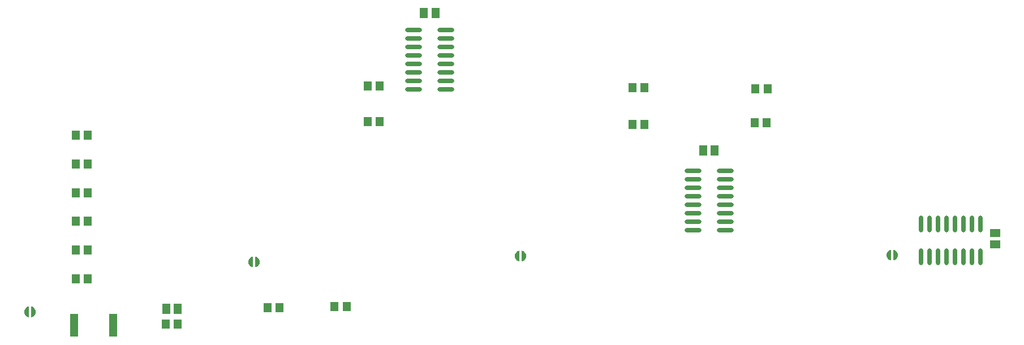
<source format=gtp>
G04*
G04 #@! TF.GenerationSoftware,Altium Limited,Altium Designer,18.1.9 (240)*
G04*
G04 Layer_Color=8421504*
%FSLAX25Y25*%
%MOIN*%
G70*
G01*
G75*
%ADD21R,0.00787X0.00787*%
%ADD22R,0.05118X0.05906*%
%ADD23R,0.04724X0.05512*%
%ADD24R,0.05118X0.13386*%
%ADD25R,0.05906X0.05118*%
%ADD26O,0.02756X0.09843*%
%ADD27O,0.09843X0.02756*%
G36*
X-251590Y36853D02*
X-251875Y36874D01*
X-252426Y37026D01*
X-252937Y37283D01*
X-253388Y37634D01*
X-253761Y38067D01*
X-254043Y38564D01*
X-254223Y39107D01*
X-254293Y39674D01*
X-254272Y39959D01*
X-254297Y40249D01*
X-254234Y40826D01*
X-254059Y41380D01*
X-253779Y41889D01*
X-253406Y42333D01*
X-252953Y42697D01*
X-252437Y42965D01*
X-251880Y43127D01*
X-251590Y43152D01*
X-251590Y43152D01*
X-251590Y36853D01*
D02*
G37*
G36*
X-250120Y43127D02*
X-249563Y42965D01*
X-249047Y42697D01*
X-248594Y42333D01*
X-248221Y41889D01*
X-247941Y41380D01*
X-247766Y40826D01*
X-247703Y40249D01*
X-247728Y39959D01*
X-247707Y39674D01*
X-247777Y39107D01*
X-247957Y38564D01*
X-248239Y38067D01*
X-248612Y37634D01*
X-249063Y37283D01*
X-249574Y37026D01*
X-250125Y36874D01*
X-250410Y36853D01*
Y43152D01*
X-250120Y43127D01*
D02*
G37*
G36*
X-119590Y66353D02*
X-119875Y66374D01*
X-120426Y66526D01*
X-120937Y66783D01*
X-121388Y67134D01*
X-121761Y67567D01*
X-122043Y68064D01*
X-122223Y68607D01*
X-122293Y69174D01*
X-122272Y69459D01*
X-122297Y69749D01*
X-122234Y70326D01*
X-122059Y70880D01*
X-121779Y71389D01*
X-121406Y71833D01*
X-120952Y72197D01*
X-120437Y72465D01*
X-119880Y72627D01*
X-119590Y72652D01*
X-119590Y72652D01*
X-119590Y66353D01*
D02*
G37*
G36*
X-118120Y72627D02*
X-117563Y72465D01*
X-117048Y72197D01*
X-116594Y71833D01*
X-116221Y71389D01*
X-115941Y70880D01*
X-115766Y70326D01*
X-115703Y69749D01*
X-115728Y69459D01*
X-115707Y69174D01*
X-115777Y68607D01*
X-115957Y68064D01*
X-116239Y67567D01*
X-116612Y67134D01*
X-117063Y66783D01*
X-117574Y66526D01*
X-118125Y66374D01*
X-118410Y66353D01*
Y72652D01*
X-118120Y72627D01*
D02*
G37*
G36*
X37410Y69798D02*
X37125Y69819D01*
X36574Y69971D01*
X36063Y70228D01*
X35612Y70579D01*
X35239Y71012D01*
X34957Y71509D01*
X34777Y72052D01*
X34707Y72619D01*
X34728Y72904D01*
X34703Y73194D01*
X34766Y73771D01*
X34941Y74325D01*
X35221Y74834D01*
X35594Y75278D01*
X36048Y75642D01*
X36563Y75910D01*
X37120Y76072D01*
X37410Y76097D01*
X37410Y76097D01*
X37410Y69798D01*
D02*
G37*
G36*
X38880Y76072D02*
X39437Y75910D01*
X39952Y75642D01*
X40406Y75278D01*
X40779Y74834D01*
X41059Y74325D01*
X41234Y73771D01*
X41297Y73194D01*
X41272Y72904D01*
X41293Y72619D01*
X41223Y72052D01*
X41043Y71509D01*
X40761Y71012D01*
X40388Y70579D01*
X39937Y70228D01*
X39426Y69971D01*
X38875Y69819D01*
X38590Y69798D01*
Y76097D01*
X38880Y76072D01*
D02*
G37*
G36*
X256410Y70348D02*
X256410D01*
X256120Y70373D01*
X255563Y70535D01*
X255047Y70803D01*
X254594Y71166D01*
X254221Y71611D01*
X253941Y72120D01*
X253766Y72674D01*
X253703Y73251D01*
X253728Y73541D01*
X253728Y73541D01*
X253707Y73826D01*
X253777Y74393D01*
X253957Y74936D01*
X254239Y75433D01*
X254612Y75866D01*
X255063Y76217D01*
X255574Y76474D01*
X256125Y76626D01*
X256410Y76647D01*
X256410Y70348D01*
D02*
G37*
G36*
X257875Y76626D02*
X258426Y76474D01*
X258937Y76217D01*
X259388Y75866D01*
X259761Y75433D01*
X260043Y74936D01*
X260223Y74393D01*
X260293Y73826D01*
X260272Y73541D01*
X260272Y73541D01*
X260297Y73251D01*
X260234Y72674D01*
X260059Y72120D01*
X259779Y71611D01*
X259406Y71166D01*
X258952Y70803D01*
X258437Y70535D01*
X257880Y70373D01*
X257590Y70348D01*
Y76647D01*
X257875Y76626D01*
D02*
G37*
D21*
X-253165Y40000D02*
D03*
X-248835D02*
D03*
X259165Y73500D02*
D03*
X254835D02*
D03*
X35835Y72945D02*
D03*
X40165D02*
D03*
X-121165Y69500D02*
D03*
X-116835D02*
D03*
D22*
X-170787Y41921D02*
D03*
X-164094D02*
D03*
X-12154Y216000D02*
D03*
X-18846D02*
D03*
X152347Y135047D02*
D03*
X145653D02*
D03*
D23*
X-163898Y32921D02*
D03*
X-170984D02*
D03*
X-216957Y59500D02*
D03*
X-224043D02*
D03*
X-216957Y76400D02*
D03*
X-224043D02*
D03*
X-216957Y93300D02*
D03*
X-224043D02*
D03*
X-216957Y110200D02*
D03*
X-224043D02*
D03*
X-216957Y127100D02*
D03*
X-224043D02*
D03*
X-216957Y144000D02*
D03*
X-224043D02*
D03*
X-64457Y43000D02*
D03*
X-71543D02*
D03*
X-103957Y42500D02*
D03*
X-111043D02*
D03*
X-44957Y152000D02*
D03*
X-52043D02*
D03*
X-44957Y173228D02*
D03*
X-52043D02*
D03*
X111043Y150358D02*
D03*
X103957D02*
D03*
X111043Y172169D02*
D03*
X103957D02*
D03*
X175957Y151500D02*
D03*
X183043D02*
D03*
X176457Y171500D02*
D03*
X183543D02*
D03*
D24*
X-225114Y32000D02*
D03*
X-201886D02*
D03*
D25*
X317500Y86500D02*
D03*
Y79807D02*
D03*
D26*
X274000Y72354D02*
D03*
X279000D02*
D03*
X284000D02*
D03*
X289000D02*
D03*
X294000D02*
D03*
X299000D02*
D03*
X304000D02*
D03*
X309000D02*
D03*
X274000Y91646D02*
D03*
X279000D02*
D03*
X284000D02*
D03*
X289000D02*
D03*
X294000D02*
D03*
X299000D02*
D03*
X304000D02*
D03*
X309000D02*
D03*
D27*
X158791Y88000D02*
D03*
Y93000D02*
D03*
Y98000D02*
D03*
Y103000D02*
D03*
Y108000D02*
D03*
Y113000D02*
D03*
Y118000D02*
D03*
Y123000D02*
D03*
X139500Y88000D02*
D03*
Y93000D02*
D03*
Y98000D02*
D03*
Y103000D02*
D03*
Y108000D02*
D03*
Y113000D02*
D03*
Y118000D02*
D03*
Y123000D02*
D03*
X-5854Y171000D02*
D03*
Y176000D02*
D03*
Y181000D02*
D03*
Y186000D02*
D03*
Y191000D02*
D03*
Y196000D02*
D03*
Y201000D02*
D03*
Y206000D02*
D03*
X-25146Y171000D02*
D03*
Y176000D02*
D03*
Y181000D02*
D03*
Y186000D02*
D03*
Y191000D02*
D03*
Y196000D02*
D03*
Y201000D02*
D03*
Y206000D02*
D03*
M02*

</source>
